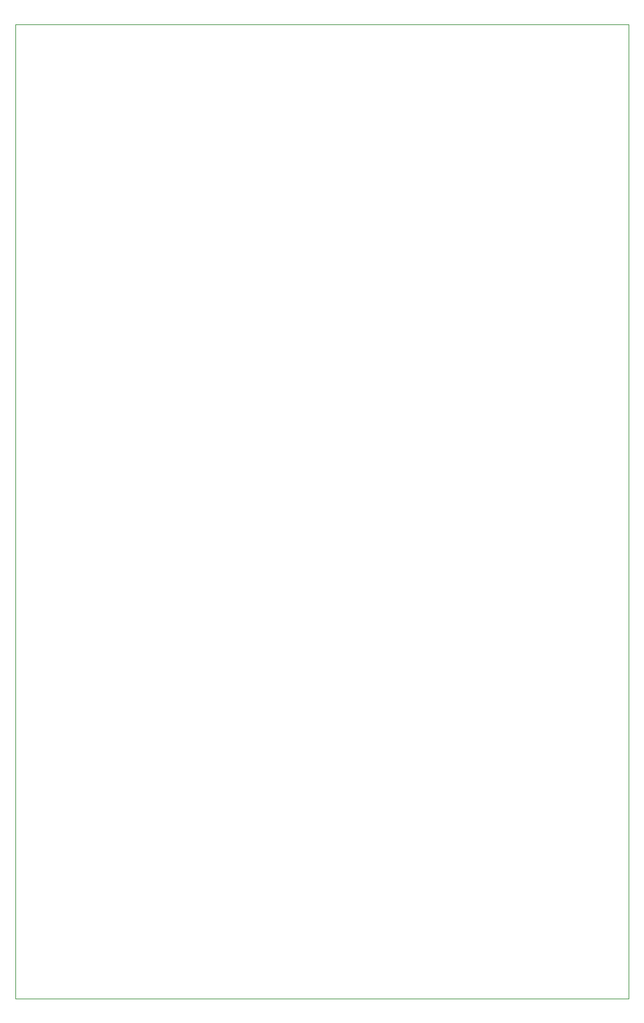
<source format=gbr>
G04 #@! TF.GenerationSoftware,KiCad,Pcbnew,(5.1.5-0)*
G04 #@! TF.CreationDate,2020-10-12T11:50:34-05:00*
G04 #@! TF.ProjectId,bells-venn,62656c6c-732d-4766-956e-6e2e6b696361,rev?*
G04 #@! TF.SameCoordinates,Original*
G04 #@! TF.FileFunction,Profile,NP*
%FSLAX46Y46*%
G04 Gerber Fmt 4.6, Leading zero omitted, Abs format (unit mm)*
G04 Created by KiCad (PCBNEW (5.1.5-0)) date 2020-10-12 11:50:34*
%MOMM*%
%LPD*%
G04 APERTURE LIST*
%ADD10C,0.050000*%
G04 APERTURE END LIST*
D10*
X20320000Y-146278600D02*
X20320000Y-17780000D01*
X101219000Y-146278600D02*
X20320000Y-146278600D01*
X101219000Y-17780000D02*
X101219000Y-146278600D01*
X20320000Y-17780000D02*
X101219000Y-17780000D01*
M02*

</source>
